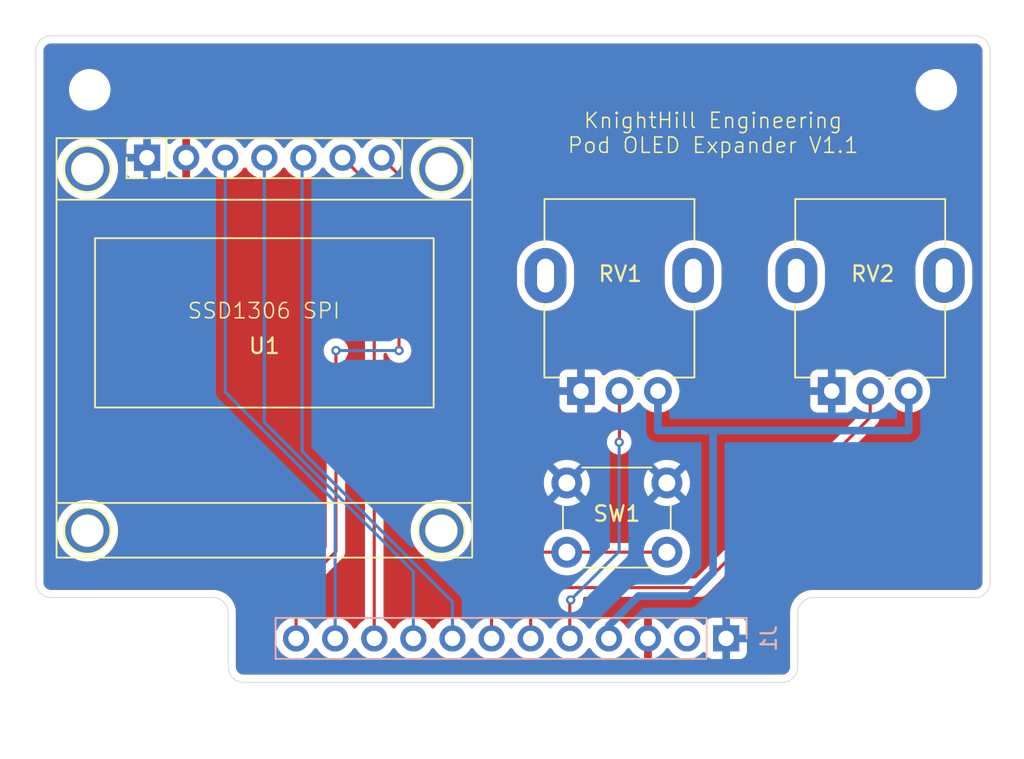
<source format=kicad_pcb>
(kicad_pcb (version 20221018) (generator pcbnew)
  (title_block (title "OLED Expander") (rev "1.1") (company "KnightHill Engineering"))
  (layers (0 "F.Cu" signal) (31 "B.Cu" signal) (34 "B.Paste" user) (35 "F.Paste" user) (36 "B.SilkS" user "B.Silkscreen") (37 "F.SilkS" user "F.Silkscreen") (38 "B.Mask" user) (39 "F.Mask" user) (44 "Edge.Cuts" user))
  (net 0 "")
  (net 1 "GND")
  (net 2 "/VIN")
  (net 3 "VDD")
  (net 4 "VDDA")
  (net 5 "/A1{slash}D16")
  (net 6 "/A7{slash}D22")
  (net 7 "/D12")
  (net 8 "/D11")
  (net 9 "/D10")
  (net 10 "/D9")
  (net 11 "/D8")
  (net 12 "/D7")
  (footprint "Button_Switch_THT:SW_PUSH_6mm" (layer "F.Cu") (at 94.742893 80.292893 180)
    (fp_text reference "SW1" (at 3.25 2.5) (layer "F.SilkS"))
    (fp_text value "SW_Push")
    (fp_line (start -0.25 1.5) (end -0.25 3) (stroke (width 0.12)) (layer "F.SilkS"))
    (fp_line (start 1 5.5) (end 5.5 5.5) (stroke (width 0.12)) (layer "F.SilkS"))
    (fp_line (start 5.5 -1) (end 1 -1) (stroke (width 0.12)) (layer "F.SilkS"))
    (fp_line (start 6.75 3) (end 6.75 1.5) (stroke (width 0.12)) (layer "F.SilkS"))
    (pad "1" thru_hole circle (at 0 0 270) (size 2 2) (drill 1.1) (layers "*.Cu" "*.Mask") (net 7 "/D12"))
    (pad "1" thru_hole circle (at 6.5 0 270) (size 2 2) (drill 1.1) (layers "*.Cu" "*.Mask") (net 7 "/D12"))
    (pad "2" thru_hole circle (at 0 4.5 270) (size 2 2) (drill 1.1) (layers "*.Cu" "*.Mask") (net 1 "GND"))
    (pad "2" thru_hole circle (at 6.5 4.5 270) (size 2 2) (drill 1.1) (layers "*.Cu" "*.Mask") (net 1 "GND"))
  )
  (footprint "MountingHole:MountingHole_2.2mm_M2" (layer "F.Cu") (at 112.25 50.25 180)
    (fp_text reference "H3" hide)
    (fp_text value "MountingHole" hide)
    (pad "" np_thru_hole circle (at 0 0 180) (size 2.2 2.2) (drill 2.2) (layers "*.Cu" "*.Mask"))
  )
  (footprint "CustomFootprints:Potentiometer_uxcel_9mm_Single_Vertical" (layer "F.Cu") (at 105.452893 69.822893 90)
    (fp_text reference "RV2" (at 7.61 2.66 180) (layer "F.SilkS"))
    (fp_text value "10k")
    (fp_line (start 0.88 -2.38) (end 5.6 -2.38) (stroke (width 0.12)) (layer "F.SilkS"))
    (fp_line (start 0.88 -1.19) (end 0.88 -2.37) (stroke (width 0.12)) (layer "F.SilkS"))
    (fp_line (start 0.88 1.71) (end 0.88 1.18) (stroke (width 0.12)) (layer "F.SilkS"))
    (fp_line (start 0.88 4.16) (end 0.88 3.33) (stroke (width 0.12)) (layer "F.SilkS"))
    (fp_line (start 0.88 7.37) (end 0.88 5.88) (stroke (width 0.12)) (layer "F.SilkS"))
    (fp_line (start 0.88 7.37) (end 5.6 7.37) (stroke (width 0.12)) (layer "F.SilkS"))
    (fp_line (start 9.41 -2.37) (end 12.47 -2.37) (stroke (width 0.12)) (layer "F.SilkS"))
    (fp_line (start 9.41 7.37) (end 12.47 7.37) (stroke (width 0.12)) (layer "F.SilkS"))
    (fp_line (start 12.47 7.37) (end 12.47 -2.37) (stroke (width 0.12)) (layer "F.SilkS"))
    (pad "" thru_hole oval (at 7.5 -2.3 180) (size 2.72 3.58) (drill oval 1.1 2.2) (layers "*.Cu" "*.Mask"))
    (pad "" thru_hole oval (at 7.5 7.3 180) (size 2.696 3.58) (drill oval 1.1 2.2 (offset 0.012 0.012)) (layers "*.Cu" "*.Mask"))
    (pad "1" thru_hole rect (at 0 0 180) (size 1.8 1.8) (drill 1) (layers "*.Cu" "*.Mask") (net 1 "GND"))
    (pad "2" thru_hole circle (at 0 2.5 180) (size 1.8 1.8) (drill 1) (layers "*.Cu" "*.Mask") (net 6 "/A7{slash}D22"))
    (pad "3" thru_hole circle (at 0 5 180) (size 1.8 1.8) (drill 1) (layers "*.Cu" "*.Mask") (net 4 "VDDA"))
  )
  (footprint "CustomFootprints:Potentiometer_uxcel_9mm_Single_Vertical" (layer "F.Cu") (at 89.16 69.822893 90)
    (fp_text reference "RV1" (at 7.61 2.552893) (layer "F.SilkS"))
    (fp_text value "10k")
    (fp_line (start 0.88 -2.38) (end 5.6 -2.38) (stroke (width 0.12)) (layer "F.SilkS"))
    (fp_line (start 0.88 -1.19) (end 0.88 -2.37) (stroke (width 0.12)) (layer "F.SilkS"))
    (fp_line (start 0.88 1.71) (end 0.88 1.18) (stroke (width 0.12)) (layer "F.SilkS"))
    (fp_line (start 0.88 4.16) (end 0.88 3.33) (stroke (width 0.12)) (layer "F.SilkS"))
    (fp_line (start 0.88 7.37) (end 0.88 5.88) (stroke (width 0.12)) (layer "F.SilkS"))
    (fp_line (start 0.88 7.37) (end 5.6 7.37) (stroke (width 0.12)) (layer "F.SilkS"))
    (fp_line (start 9.41 -2.37) (end 12.47 -2.37) (stroke (width 0.12)) (layer "F.SilkS"))
    (fp_line (start 9.41 7.37) (end 12.47 7.37) (stroke (width 0.12)) (layer "F.SilkS"))
    (fp_line (start 12.47 7.37) (end 12.47 -2.37) (stroke (width 0.12)) (layer "F.SilkS"))
    (pad "" thru_hole oval (at 7.5 -2.3 180) (size 2.72 3.58) (drill oval 1.1 2.2) (layers "*.Cu" "*.Mask"))
    (pad "" thru_hole oval (at 7.5 7.3 180) (size 2.696 3.58) (drill oval 1.1 2.2 (offset 0.012 0.012)) (layers "*.Cu" "*.Mask"))
    (pad "1" thru_hole rect (at 0 0 180) (size 1.8 1.8) (drill 1) (layers "*.Cu" "*.Mask") (net 1 "GND"))
    (pad "2" thru_hole circle (at 0 2.5 180) (size 1.8 1.8) (drill 1) (layers "*.Cu" "*.Mask") (net 5 "/A1{slash}D16"))
    (pad "3" thru_hole circle (at 0 5 180) (size 1.8 1.8) (drill 1) (layers "*.Cu" "*.Mask") (net 4 "VDDA"))
  )
  (footprint "MountingHole:MountingHole_2.2mm_M2" (layer "F.Cu") (at 57.25 50.25 180)
    (fp_text reference "H4" hide)
    (fp_text value "MountingHole" hide)
    (pad "" np_thru_hole circle (at 0 0 180) (size 2.2 2.2) (drill 2.2) (layers "*.Cu" "*.Mask"))
  )
  (footprint "CustomFootprints:HiLetgo_OLED_SPI" (layer "F.Cu") (at 68.592893 66.892893)
    (fp_text reference "U1" (at 0 0 unlocked) (layer "F.SilkS"))
    (fp_text value "OLED_DISPLAY_SSD1306_SPI")
    (fp_line (start -13.5 -9.5) (end 13.5 -9.5) (stroke (width 0.12)) (layer "F.SilkS"))
    (fp_line (start -13.5 10.2) (end 13.5 10.2) (stroke (width 0.12)) (layer "F.SilkS"))
    (fp_line (start -8.95 -10.9) (end -8.95 -12.23) (stroke (width 0.12)) (layer "F.SilkS"))
    (fp_line (start -7.62 -10.9) (end -8.95 -10.9) (stroke (width 0.12)) (layer "F.SilkS"))
    (fp_line (start -6.35 -13.5) (end 8.95 -13.5) (stroke (width 0.12)) (layer "F.SilkS"))
    (fp_line (start -6.35 -10.9) (end -6.35 -13.5) (stroke (width 0.12)) (layer "F.SilkS"))
    (fp_line (start -6.35 -10.9) (end 8.95 -10.9) (stroke (width 0.12)) (layer "F.SilkS"))
    (fp_line (start 8.95 -10.9) (end 8.95 -13.5) (stroke (width 0.12)) (layer "F.SilkS"))
    (fp_rect (start -13.5 -13.5) (end 13.5 13.75) (stroke (width 0.12)) (fill none) (layer "F.SilkS"))
    (fp_rect (start -11 -7) (end 11 4) (stroke (width 0.12)) (fill none) (layer "F.SilkS"))
    (fp_circle (center -11.5 -11.5) (end -13 -11.5) (stroke (width 0.12)) (fill none) (layer "F.SilkS"))
    (fp_circle (center -11.5 -11.5) (end -10.5 -11.5) (stroke (width 0.12)) (fill none) (layer "F.SilkS"))
    (fp_circle (center -11.5 12) (end -10.5 12) (stroke (width 0.12)) (fill none) (layer "F.SilkS"))
    (fp_circle (center -11.5 12) (end -10 12) (stroke (width 0.12)) (fill none) (layer "F.SilkS"))
    (fp_circle (center 11.5 -11.5) (end 12.5 -11.5) (stroke (width 0.12)) (fill none) (layer "F.SilkS"))
    (fp_circle (center 11.5 -11.5) (end 13 -11.5) (stroke (width 0.12)) (fill none) (layer "F.SilkS"))
    (fp_circle (center 11.5 12) (end 12.5 12) (stroke (width 0.12)) (fill none) (layer "F.SilkS"))
    (fp_circle (center 11.5 12) (end 13 12) (stroke (width 0.12)) (fill none) (layer "F.SilkS"))
    (pad "" np_thru_hole circle (at -11.5 -11.5) (size 3 3) (drill 2) (layers "F&B.Cu" "*.Mask"))
    (pad "" np_thru_hole circle (at -11.5 12) (size 3 3) (drill 2) (layers "F&B.Cu" "*.Mask"))
    (pad "" np_thru_hole circle (at 11.5 -11.5) (size 3 3) (drill 2) (layers "F&B.Cu" "*.Mask"))
    (pad "" np_thru_hole circle (at 11.5 12) (size 3 3) (drill 2) (layers "F&B.Cu" "*.Mask"))
    (pad "1" thru_hole rect (at -7.62 -12.23 90) (size 1.7 1.7) (drill 1) (layers "*.Mask" "F.Cu" "In1.Cu" "B.Cu") (net 1 "GND"))
    (pad "2" thru_hole oval (at -5.08 -12.23 90) (size 1.7 1.7) (drill 1) (layers "*.Mask" "F.Cu" "In1.Cu" "B.Cu") (net 3 "VDD"))
    (pad "3" thru_hole oval (at -2.54 -12.23 90) (size 1.7 1.7) (drill 1) (layers "*.Mask" "F.Cu" "In1.Cu" "B.Cu") (net 11 "/D8"))
    (pad "4" thru_hole oval (at 0 -12.23 90) (size 1.7 1.7) (drill 1) (layers "*.Mask" "F.Cu" "In1.Cu" "B.Cu") (net 9 "/D10"))
    (pad "5" thru_hole oval (at 2.54 -12.23 90) (size 1.7 1.7) (drill 1) (layers "*.Mask" "F.Cu" "In1.Cu" "B.Cu") (net 8 "/D11"))
    (pad "6" thru_hole oval (at 5.08 -12.23 90) (size 1.7 1.7) (drill 1) (layers "*.Mask" "F.Cu" "In1.Cu" "B.Cu") (net 10 "/D9"))
    (pad "7" thru_hole oval (at 7.62 -12.23 90) (size 1.7 1.7) (drill 1) (layers "*.Mask" "F.Cu" "In1.Cu" "B.Cu") (net 12 "/D7"))
  )
  (footprint "Connector_PinSocket_2.54mm:PinSocket_1x12_P2.54mm_Vertical" (layer "B.Cu") (at 98.592893 85.892893 90)
    (fp_text reference "J1" (at 0 2.77 270) (layer "B.SilkS") (effects (justify mirror)))
    (fp_text value "POD")
    (fp_line (start -1.33 -29.27) (end 1.33 -29.27) (stroke (width 0.12)) (layer "B.SilkS"))
    (fp_line (start -1.33 -1.27) (end -1.33 -29.27) (stroke (width 0.12)) (layer "B.SilkS"))
    (fp_line (start -1.33 -1.27) (end 1.33 -1.27) (stroke (width 0.12)) (layer "B.SilkS"))
    (fp_line (start 0 1.33) (end 1.33 1.33) (stroke (width 0.12)) (layer "B.SilkS"))
    (fp_line (start 1.33 -1.27) (end 1.33 -29.27) (stroke (width 0.12)) (layer "B.SilkS"))
    (fp_line (start 1.33 1.33) (end 1.33 0) (stroke (width 0.12)) (layer "B.SilkS"))
    (pad "1" thru_hole rect (at 0 0 90) (size 1.7 1.7) (drill 1) (layers "*.Cu" "*.Mask") (net 1 "GND"))
    (pad "2" thru_hole oval (at 0 -2.54 90) (size 1.7 1.7) (drill 1) (layers "*.Cu" "*.Mask") (net 2 "/VIN"))
    (pad "3" thru_hole oval (at 0 -5.08 90) (size 1.7 1.7) (drill 1) (layers "*.Cu" "*.Mask") (net 3 "VDD"))
    (pad "4" thru_hole oval (at 0 -7.62 90) (size 1.7 1.7) (drill 1) (layers "*.Cu" "*.Mask") (net 4 "VDDA"))
    (pad "5" thru_hole oval (at 0 -10.16 90) (size 1.7 1.7) (drill 1) (layers "*.Cu" "*.Mask") (net 5 "/A1{slash}D16"))
    (pad "6" thru_hole oval (at 0 -12.7 90) (size 1.7 1.7) (drill 1) (layers "*.Cu" "*.Mask") (net 6 "/A7{slash}D22"))
    (pad "7" thru_hole oval (at 0 -15.24 90) (size 1.7 1.7) (drill 1) (layers "*.Cu" "*.Mask") (net 7 "/D12"))
    (pad "8" thru_hole oval (at 0 -17.78 90) (size 1.7 1.7) (drill 1) (layers "*.Cu" "*.Mask") (net 8 "/D11"))
    (pad "9" thru_hole oval (at 0 -20.32 90) (size 1.7 1.7) (drill 1) (layers "*.Cu" "*.Mask") (net 9 "/D10"))
    (pad "10" thru_hole oval (at 0 -22.86 90) (size 1.7 1.7) (drill 1) (layers "*.Cu" "*.Mask") (net 10 "/D9"))
    (pad "11" thru_hole oval (at 0 -25.4 90) (size 1.7 1.7) (drill 1) (layers "*.Cu" "*.Mask") (net 11 "/D8"))
    (pad "12" thru_hole oval (at 0 -27.94 90) (size 1.7 1.7) (drill 1) (layers "*.Cu" "*.Mask") (net 12 "/D7"))
  )
  (gr_line (start 103.242893 84.242893) (end 103.242893 87.742893) (stroke (width 0.05)) (layer "Edge.Cuts"))
  (gr_arc (start 65.242893 83.242893) (mid 65.95 83.535786) (end 66.242893 84.242893) (stroke (width 0.05)) (layer "Edge.Cuts"))
  (gr_arc (start 103.242893 87.742893) (mid 102.950002 88.450002) (end 102.242893 88.742893) (stroke (width 0.05)) (layer "Edge.Cuts"))
  (gr_arc (start 54.742893 83.242893) (mid 54.035786 82.95) (end 53.742893 82.242893) (stroke (width 0.05)) (layer "Edge.Cuts"))
  (gr_line (start 102.242893 88.742893) (end 67.742893 88.742893) (stroke (width 0.05)) (layer "Edge.Cuts"))
  (gr_line (start 67.242893 88.742893) (end 67.742893 88.742893) (stroke (width 0.05)) (layer "Edge.Cuts"))
  (gr_arc (start 67.242893 88.742893) (mid 66.535786 88.45) (end 66.242893 87.742893) (stroke (width 0.05)) (layer "Edge.Cuts"))
  (gr_line (start 54.742893 46.742893) (end 114.742893 46.742893) (stroke (width 0.05)) (layer "Edge.Cuts"))
  (gr_line (start 53.742893 82.242893) (end 53.742893 47.742893) (stroke (width 0.05)) (layer "Edge.Cuts"))
  (gr_arc (start 115.742893 82.242893) (mid 115.450002 82.950002) (end 114.742893 83.242893) (stroke (width 0.05)) (layer "Edge.Cuts"))
  (gr_arc (start 114.742893 46.742893) (mid 115.450007 47.035783) (end 115.742893 47.742893) (stroke (width 0.05)) (layer "Edge.Cuts"))
  (gr_arc (start 53.742893 47.742893) (mid 54.035786 47.035786) (end 54.742893 46.742893) (stroke (width 0.05)) (layer "Edge.Cuts"))
  (gr_line (start 66.242893 84.242893) (end 66.242893 87.742893) (stroke (width 0.05)) (layer "Edge.Cuts"))
  (gr_arc (start 103.242893 84.242893) (mid 103.535788 83.535788) (end 104.242893 83.242893) (stroke (width 0.05)) (layer "Edge.Cuts"))
  (gr_line (start 115.742893 47.742893) (end 115.742893 82.242893) (stroke (width 0.05)) (layer "Edge.Cuts"))
  (gr_line (start 114.742893 83.242893) (end 104.242893 83.242893) (stroke (width 0.05)) (layer "Edge.Cuts"))
  (gr_line (start 54.742893 83.242893) (end 65.242893 83.242893) (stroke (width 0.05)) (layer "Edge.Cuts"))
  (gr_text "SSD1306 SPI" (at 63.542893 65.192893) (layer "F.SilkS") (effects (font (size 1 1) (thickness 0.1)) (justify left bottom)))
  (gr_text "KnightHill Engineering\nPod OLED Expander V1.1\n" (at 97.742893 54.442893) (layer "F.SilkS") (effects (font (size 1 1) (thickness 0.1)) (justify bottom)))
  (segment (start 90.972893 85.892893) (end 90.972893 85.062893) (width 0.5) (layer "B.Cu") (net 4))
  (segment (start 97.742893 72.392893) (end 110.452893 72.392893) (width 0.5) (layer "B.Cu") (net 4))
  (segment (start 97.742893 81.592893) (end 97.742893 72.392893) (width 0.5) (layer "B.Cu") (net 4))
  (segment (start 94.16 69.822893) (end 94.16 72.392893) (width 0.5) (layer "B.Cu") (net 4))
  (segment (start 90.972893 85.062893) (end 92.892893 83.142893) (width 0.5) (layer "B.Cu") (net 4))
  (segment (start 96.192893 83.142893) (end 97.742893 81.592893) (width 0.5) (layer "B.Cu") (net 4))
  (segment (start 110.452893 72.392893) (end 110.452893 69.822893) (width 0.5) (layer "B.Cu") (net 4))
  (segment (start 92.892893 83.142893) (end 96.192893 83.142893) (width 0.5) (layer "B.Cu") (net 4))
  (segment (start 94.16 72.392893) (end 97.742893 72.392893) (width 0.5) (layer "B.Cu") (net 4))
  (segment (start 88.492893 83.392893) (end 88.432893 83.452893) (width 0.2) (layer "F.Cu") (net 5))
  (segment (start 88.432893 83.452893) (end 88.432893 85.892893) (width 0.2) (layer "F.Cu") (net 5))
  (segment (start 91.642893 73.142893) (end 91.66 73.125786) (width 0.2) (layer "F.Cu") (net 5))
  (segment (start 91.66 73.125786) (end 91.66 69.822893) (width 0.2) (layer "F.Cu") (net 5))
  (via (at 88.492893 83.392893) (size 0.6) (drill 0.3) (layers "F.Cu" "B.Cu") (net 5))
  (via (at 91.642893 73.142893) (size 0.6) (drill 0.3) (layers "F.Cu" "B.Cu") (net 5))
  (segment (start 91.642893 80.242893) (end 91.642893 73.142893) (width 0.2) (layer "B.Cu") (net 5))
  (segment (start 88.492893 83.392893) (end 91.642893 80.242893) (width 0.2) (layer "B.Cu") (net 5))
  (segment (start 96.892893 82.592893) (end 86.542893 82.592893) (width 0.2) (layer "F.Cu") (net 6))
  (segment (start 85.892893 83.242893) (end 85.892893 85.892893) (width 0.2) (layer "F.Cu") (net 6))
  (segment (start 107.952893 69.822893) (end 107.952893 71.532893) (width 0.2) (layer "F.Cu") (net 6))
  (segment (start 107.952893 71.532893) (end 96.892893 82.592893) (width 0.2) (layer "F.Cu") (net 6))
  (segment (start 86.542893 82.592893) (end 85.892893 83.242893) (width 0.2) (layer "F.Cu") (net 6))
  (segment (start 88.242893 80.292893) (end 94.742893 80.292893) (width 0.2) (layer "F.Cu") (net 7))
  (segment (start 85.692893 80.292893) (end 83.352893 82.632893) (width 0.2) (layer "F.Cu") (net 7))
  (segment (start 88.242893 80.292893) (end 85.692893 80.292893) (width 0.2) (layer "F.Cu") (net 7))
  (segment (start 83.352893 82.632893) (end 83.352893 85.892893) (width 0.2) (layer "F.Cu") (net 7))
  (segment (start 71.042893 54.752893) (end 71.042893 73.742893) (width 0.2) (layer "B.Cu") (net 8))
  (segment (start 71.042893 73.742893) (end 80.812893 83.512893) (width 0.2) (layer "B.Cu") (net 8))
  (segment (start 71.132893 54.662893) (end 71.042893 54.752893) (width 0.2) (layer "B.Cu") (net 8))
  (segment (start 80.812893 83.512893) (end 80.812893 85.892893) (width 0.2) (layer "B.Cu") (net 8))
  (segment (start 78.272893 81.538579) (end 78.272893 85.892893) (width 0.2) (layer "B.Cu") (net 9))
  (segment (start 68.592893 54.662893) (end 68.592893 71.858579) (width 0.2) (layer "B.Cu") (net 9))
  (segment (start 68.592893 71.858579) (end 78.272893 81.538579) (width 0.2) (layer "B.Cu") (net 9))
  (segment (start 73.672893 54.662893) (end 75.732893 56.722893) (width 0.2) (layer "F.Cu") (net 10))
  (segment (start 75.732893 56.722893) (end 75.732893 85.892893) (width 0.2) (layer "F.Cu") (net 10))
  (segment (start 73.192893 77.024265) (end 73.192893 85.892893) (width 0.2) (layer "B.Cu") (net 11))
  (segment (start 66.052893 54.662893) (end 66.052893 69.884265) (width 0.2) (layer "B.Cu") (net 11))
  (segment (start 66.052893 69.884265) (end 73.192893 77.024265) (width 0.2) (layer "B.Cu") (net 11))
  (segment (start 77.342893 55.792893) (end 77.342893 67.192893) (width 0.2) (layer "F.Cu") (net 12))
  (segment (start 73.242893 67.192893) (end 73.242893 80.242893) (width 0.2) (layer "F.Cu") (net 12))
  (segment (start 70.652893 82.832893) (end 70.652893 85.892893) (width 0.2) (layer "F.Cu") (net 12))
  (segment (start 76.212893 54.662893) (end 77.342893 55.792893) (width 0.2) (layer "F.Cu") (net 12))
  (segment (start 73.242893 80.242893) (end 70.652893 82.832893) (width 0.2) (layer "F.Cu") (net 12))
  (via (at 77.342893 67.192893) (size 0.6) (drill 0.3) (layers "F.Cu" "B.Cu") (net 12))
  (via (at 73.242893 67.192893) (size 0.6) (drill 0.3) (layers "F.Cu" "B.Cu") (net 12))
  (segment (start 77.342893 67.192893) (end 73.242893 67.192893) (width 0.2) (layer "B.Cu") (net 12))
  (zone (net 3) (net_name "VDD") (layer "F.Cu") (priority 1) (connect_pads (clearance 0.5)) (min_thickness 0.25) (fill yes (thermal_gap 0.5) (thermal_bridge_width 0.5))
    (polygon (pts (xy 51.692893 93.742893) (xy 117.792893 93.692893) (xy 117.942893 44.542893) (xy 51.442893 44.442893)))
  )
  (zone (net 1) (net_name "GND") (layer "B.Cu") (connect_pads (clearance 0.5)) (min_thickness 0.25) (fill yes (thermal_gap 0.5) (thermal_bridge_width 0.5))
    (polygon (pts (xy 51.825221 93.674779) (xy 117.742893 93.742893) (xy 117.941178 44.558822) (xy 51.419505 44.419505)))
  )
)
</source>
